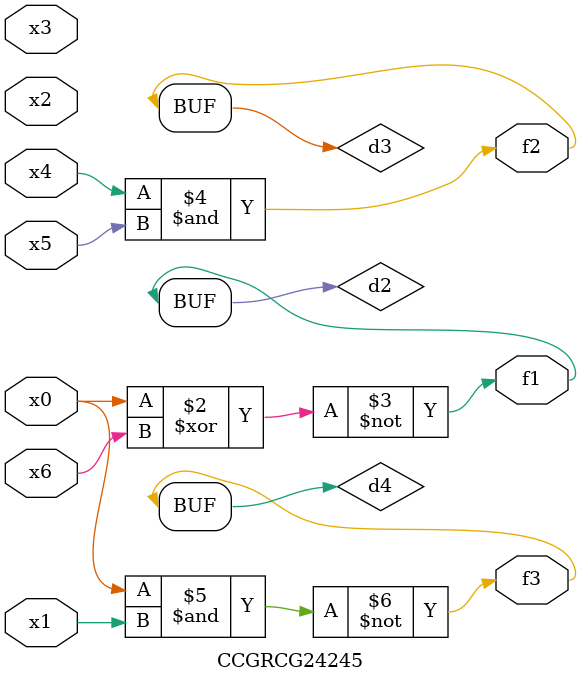
<source format=v>
module CCGRCG24245(
	input x0, x1, x2, x3, x4, x5, x6,
	output f1, f2, f3
);

	wire d1, d2, d3, d4;

	nor (d1, x0);
	xnor (d2, x0, x6);
	and (d3, x4, x5);
	nand (d4, x0, x1);
	assign f1 = d2;
	assign f2 = d3;
	assign f3 = d4;
endmodule

</source>
